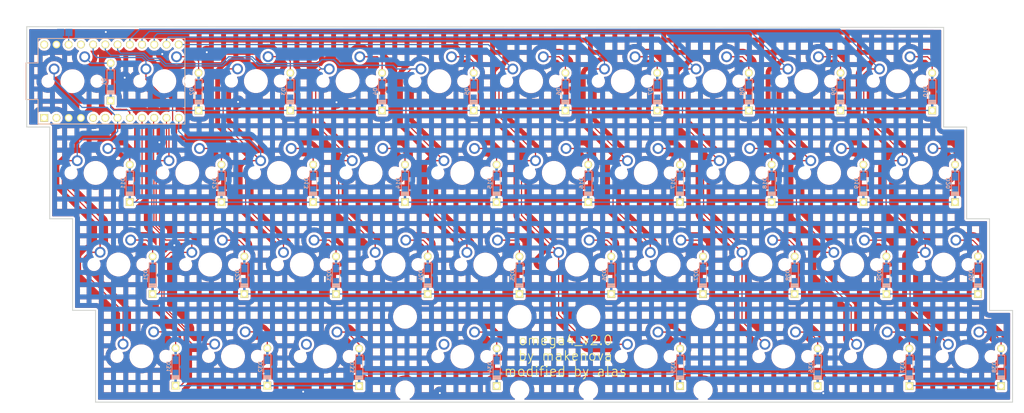
<source format=kicad_pcb>
(kicad_pcb (version 20211014) (generator pcbnew)
  (layers (0 "F.Cu" signal) (31 "B.Cu" signal) (34 "B.Paste" user) (35 "F.Paste" user) (36 "B.SilkS" user "B.Silkscreen") (37 "F.SilkS" user "F.Silkscreen") (38 "B.Mask" user) (39 "F.Mask" user) (44 "Edge.Cuts" user))
  (net 0 "")
  (net 1 "ROW0")
  (net 2 "Net-(D1-Pad2)")
  (net 3 "Net-(D2-Pad2)")
  (net 4 "Net-(D3-Pad2)")
  (net 5 "Net-(D4-Pad2)")
  (net 6 "Net-(D5-Pad2)")
  (net 7 "Net-(D6-Pad2)")
  (net 8 "Net-(D7-Pad2)")
  (net 9 "Net-(D8-Pad2)")
  (net 10 "Net-(D9-Pad2)")
  (net 11 "Net-(D10-Pad2)")
  (net 12 "ROW1")
  (net 13 "Net-(D11-Pad2)")
  (net 14 "Net-(D12-Pad2)")
  (net 15 "Net-(D13-Pad2)")
  (net 16 "Net-(D14-Pad2)")
  (net 17 "Net-(D15-Pad2)")
  (net 18 "Net-(D16-Pad2)")
  (net 19 "Net-(D17-Pad2)")
  (net 20 "Net-(D18-Pad2)")
  (net 21 "Net-(D19-Pad2)")
  (net 22 "Net-(D20-Pad2)")
  (net 23 "ROW2")
  (net 24 "Net-(D21-Pad2)")
  (net 25 "Net-(D22-Pad2)")
  (net 26 "Net-(D23-Pad2)")
  (net 27 "Net-(D24-Pad2)")
  (net 28 "Net-(D25-Pad2)")
  (net 29 "Net-(D26-Pad2)")
  (net 30 "Net-(D27-Pad2)")
  (net 31 "Net-(D28-Pad2)")
  (net 32 "Net-(D29-Pad2)")
  (net 33 "Net-(D30-Pad2)")
  (net 34 "ROW3")
  (net 35 "Net-(D31-Pad2)")
  (net 36 "Net-(D32-Pad2)")
  (net 37 "Net-(D33-Pad2)")
  (net 38 "Net-(D34-Pad2)")
  (net 39 "Net-(D35-Pad2)")
  (net 40 "COL0")
  (net 41 "COL1")
  (net 42 "COL2")
  (net 43 "COL3")
  (net 44 "COL4")
  (net 45 "COL5")
  (net 46 "COL6")
  (net 47 "COL7")
  (net 48 "COL8")
  (net 49 "COL9")
  (net 50 "+5V")
  (net 51 "GND")
  (net 54 "Net-(D36-Pad2)")
  (net 55 "Net-(D37-Pad2)")
  (net 56 "Net-(JP1-Pad1)")
  (net 57 "Net-(MX38-Pad2)")
  (footprint "Keebio-Parts:Diode-Hybrid-Back" (layer "F.Cu") (at 69.01875 62.16875 -90)
    (fp_text reference "D1")
    (fp_text value "D_Small" hide)
  )
  (footprint "Keebio-Parts:Diode-Hybrid-Back" (layer "F.Cu") (at 87.29375 64.19375 -90)
    (fp_text reference "D2")
    (fp_text value "D_Small" hide)
  )
  (footprint "Keebio-Parts:Diode-Hybrid-Back" (layer "F.Cu") (at 106.34375 64.19375 -90)
    (fp_text reference "D3")
    (fp_text value "D_Small" hide)
  )
  (footprint "Keebio-Parts:Diode-Hybrid-Back" (layer "F.Cu") (at 125.41875 64.19375 -90)
    (fp_text reference "D4")
    (fp_text value "D_Small" hide)
  )
  (footprint "Keebio-Parts:Diode-Hybrid-Back" (layer "F.Cu") (at 144.44375 64.19375 -90)
    (fp_text reference "D5")
    (fp_text value "D_Small" hide)
  )
  (footprint "Keebio-Parts:Diode-Hybrid-Back" (layer "F.Cu") (at 182.56875 64.19375 -90)
    (fp_text reference "D7")
    (fp_text value "D_Small" hide)
  )
  (footprint "Keebio-Parts:Diode-Hybrid-Back" (layer "F.Cu") (at 201.59375 64.19375 -90)
    (fp_text reference "D8")
    (fp_text value "D_Small" hide)
  )
  (footprint "Keebio-Parts:Diode-Hybrid-Back" (layer "F.Cu") (at 220.64375 64.19375 -90)
    (fp_text reference "D9")
    (fp_text value "D_Small" hide)
  )
  (footprint "Keebio-Parts:Diode-Hybrid-Back" (layer "F.Cu") (at 239.69375 64.19375 -90)
    (fp_text reference "D10")
    (fp_text value "D_Small" hide)
  )
  (footprint "Keebio-Parts:Diode-Hybrid-Back" (layer "F.Cu") (at 72.99375 83.24375 -90)
    (fp_text reference "D11")
    (fp_text value "D_Small" hide)
  )
  (footprint "Keebio-Parts:Diode-Hybrid-Back" (layer "F.Cu") (at 92.04375 83.24375 -90)
    (fp_text reference "D12")
    (fp_text value "D_Small" hide)
  )
  (footprint "Keebio-Parts:Diode-Hybrid-Back" (layer "F.Cu") (at 111.09375 83.24375 -90)
    (fp_text reference "D13")
    (fp_text value "D_Small" hide)
  )
  (footprint "Keebio-Parts:Diode-Hybrid-Back" (layer "F.Cu") (at 130.16875 83.24375 -90)
    (fp_text reference "D14")
    (fp_text value "D_Small" hide)
  )
  (footprint "Keebio-Parts:Diode-Hybrid-Back" (layer "F.Cu") (at 149.19375 83.24375 -90)
    (fp_text reference "D15")
    (fp_text value "D_Small" hide)
  )
  (footprint "Keebio-Parts:Diode-Hybrid-Back" (layer "F.Cu") (at 168.24375 83.24375 -90)
    (fp_text reference "D16")
    (fp_text value "D_Small" hide)
  )
  (footprint "Keebio-Parts:Diode-Hybrid-Back" (layer "F.Cu") (at 187.29375 83.24375 -90)
    (fp_text reference "D17")
    (fp_text value "D_Small" hide)
  )
  (footprint "Keebio-Parts:Diode-Hybrid-Back" (layer "F.Cu") (at 206.34375 83.24375 -90)
    (fp_text reference "D18")
    (fp_text value "D_Small" hide)
  )
  (footprint "Keebio-Parts:Diode-Hybrid-Back" (layer "F.Cu") (at 225.39375 83.24375 -90)
    (fp_text reference "D19")
    (fp_text value "D_Small" hide)
  )
  (footprint "Keebio-Parts:Diode-Hybrid-Back" (layer "F.Cu") (at 244.44375 83.24375 -90)
    (fp_text reference "D20")
    (fp_text value "D_Small" hide)
  )
  (footprint "Keebio-Parts:Diode-Hybrid-Back" (layer "F.Cu") (at 77.74375 102.31875 -90)
    (fp_text reference "D21")
    (fp_text value "D_Small" hide)
  )
  (footprint "Keebio-Parts:Diode-Hybrid-Back" (layer "F.Cu") (at 96.79375 102.31875 -90)
    (fp_text reference "D22")
    (fp_text value "D_Small" hide)
  )
  (footprint "Keebio-Parts:Diode-Hybrid-Back" (layer "F.Cu") (at 115.84375 102.31875 -90)
    (fp_text reference "D23")
    (fp_text value "D_Small" hide)
  )
  (footprint "Keebio-Parts:Diode-Hybrid-Back" (layer "F.Cu") (at 134.89375 102.31875 -90)
    (fp_text reference "D24")
    (fp_text value "D_Small" hide)
  )
  (footprint "Keebio-Parts:Diode-Hybrid-Back" (layer "F.Cu") (at 153.94375 102.31875 -90)
    (fp_text reference "D25")
    (fp_text value "D_Small" hide)
  )
  (footprint "Keebio-Parts:Diode-Hybrid-Back" (layer "F.Cu") (at 173.01875 102.31875 -90)
    (fp_text reference "D26")
    (fp_text value "D_Small" hide)
  )
  (footprint "Keebio-Parts:Diode-Hybrid-Back" (layer "F.Cu") (at 192.06875 102.31875 -90)
    (fp_text reference "D27")
    (fp_text value "D_Small" hide)
  )
  (footprint "Keebio-Parts:Diode-Hybrid-Back" (layer "F.Cu") (at 211.11875 102.31875 -90)
    (fp_text reference "D28")
    (fp_text value "D_Small" hide)
  )
  (footprint "Keebio-Parts:Diode-Hybrid-Back" (layer "F.Cu") (at 230.16875 102.31875 -90)
    (fp_text reference "D29")
    (fp_text value "D_Small" hide)
  )
  (footprint "Keebio-Parts:Diode-Hybrid-Back" (layer "F.Cu") (at 249.19375 102.31875 -90)
    (fp_text reference "D30")
    (fp_text value "D_Small" hide)
  )
  (footprint "Keebio-Parts:Diode-Hybrid-Back" (layer "F.Cu") (at 82.51875 121.36875 -90)
    (fp_text reference "D31")
    (fp_text value "D_Small" hide)
  )
  (footprint "Keebio-Parts:Diode-Hybrid-Back" (layer "F.Cu") (at 101.56875 121.36875 -90)
    (fp_text reference "D32")
    (fp_text value "D_Small" hide)
  )
  (footprint "Keebio-Parts:Diode-Hybrid-Back" (layer "F.Cu") (at 120.65 121.44375 -90)
    (fp_text reference "D33")
    (fp_text value "D_Small" hide)
  )
  (footprint "Keebio-Parts:Diode-Hybrid-Back" (layer "F.Cu") (at 149.225 121.44375 -90)
    (fp_text reference "D34")
    (fp_text value "D_Small" hide)
  )
  (footprint "MX_Only:MXOnly-1U-NoLED" (layer "F.Cu") (at 99.19375 61.99375)
    (fp_text reference "MX3")
    (fp_text value "MX-NoLED")
  )
  (footprint "MX_Only:MXOnly-1U-NoLED" (layer "F.Cu") (at 118.24375 62.01875)
    (fp_text reference "MX4")
    (fp_text value "MX-NoLED")
  )
  (footprint "MX_Only:MXOnly-1U-NoLED" (layer "F.Cu") (at 137.29375 62.01875)
    (fp_text reference "MX5")
    (fp_text value "MX-NoLED")
  )
  (footprint "MX_Only:MXOnly-1U-NoLED" (layer "F.Cu") (at 156.36875 62.01875)
    (fp_text reference "MX6")
    (fp_text value "MX-NoLED")
  )
  (footprint "MX_Only:MXOnly-1U-NoLED" (layer "F.Cu") (at 175.41875 62.01875)
    (fp_text reference "MX7")
    (fp_text value "MX-NoLED")
  )
  (footprint "MX_Only:MXOnly-1U-NoLED" (layer "F.Cu") (at 194.44375 62.01875)
    (fp_text reference "MX8")
    (fp_text value "MX-NoLED")
  )
  (footprint "MX_Only:MXOnly-1U-NoLED" (layer "F.Cu") (at 213.51875 62.01875)
    (fp_text reference "MX9")
    (fp_text value "MX-NoLED")
  )
  (footprint "MX_Only:MXOnly-1U-NoLED" (layer "F.Cu") (at 232.54375 62.01875)
    (fp_text reference "MX10")
    (fp_text value "MX-NoLED")
  )
  (footprint "MX_Only:MXOnly-1U-NoLED" (layer "F.Cu") (at 65.89375 81.06875)
    (fp_text reference "MX11")
    (fp_text value "MX-NoLED")
  )
  (footprint "MX_Only:MXOnly-1U-NoLED" (layer "F.Cu") (at 84.94375 81.06875)
    (fp_text reference "MX12")
    (fp_text value "MX-NoLED")
  )
  (footprint "MX_Only:MXOnly-1U-NoLED" (layer "F.Cu") (at 103.99375 81.06875)
    (fp_text reference "MX13")
    (fp_text value "MX-NoLED")
  )
  (footprint "MX_Only:MXOnly-1U-NoLED" (layer "F.Cu") (at 123.01875 81.06875)
    (fp_text reference "MX14")
    (fp_text value "MX-NoLED")
  )
  (footprint "MX_Only:MXOnly-1U-NoLED" (layer "F.Cu") (at 142.06875 81.06875)
    (fp_text reference "MX15")
    (fp_text value "MX-NoLED")
  )
  (footprint "MX_Only:MXOnly-1U-NoLED" (layer "F.Cu") (at 161.09375 81.06875)
    (fp_text reference "MX16")
    (fp_text value "MX-NoLED")
  )
  (footprint "MX_Only:MXOnly-1U-NoLED" (layer "F.Cu") (at 180.19375 81.06875)
    (fp_text reference "MX17")
    (fp_text value "MX-NoLED")
  )
  (footprint "MX_Only:MXOnly-1U-NoLED" (layer "F.Cu") (at 199.24375 81.06875)
    (fp_text reference "MX18")
    (fp_text value "MX-NoLED")
  )
  (footprint "MX_Only:MXOnly-1U-NoLED" (layer "F.Cu") (at 218.26875 81.06875)
    (fp_text reference "MX19")
    (fp_text value "MX-NoLED")
  )
  (footprint "MX_Only:MXOnly-1U-NoLED" (layer "F.Cu") (at 237.31875 81.06875)
    (fp_text reference "MX20")
    (fp_text value "MX-NoLED")
  )
  (footprint "MX_Only:MXOnly-1U-NoLED" (layer "F.Cu") (at 70.64375 100.09375)
    (fp_text reference "MX21")
    (fp_text value "MX-NoLED")
  )
  (footprint "MX_Only:MXOnly-1U-NoLED" (layer "F.Cu") (at 89.69375 100.11875)
    (fp_text reference "MX22")
    (fp_text value "MX-NoLED")
  )
  (footprint "MX_Only:MXOnly-1U-NoLED" (layer "F.Cu") (at 108.74375 100.11875)
    (fp_text reference "MX23")
    (fp_text value "MX-NoLED")
  )
  (footprint "MX_Only:MXOnly-1U-NoLED" (layer "F.Cu") (at 127.79375 100.11875)
    (fp_text reference "MX24")
    (fp_text value "MX-NoLED")
  )
  (footprint "MX_Only:MXOnly-1U-NoLED" (layer "F.Cu") (at 146.84375 100.11875)
    (fp_text reference "MX25")
    (fp_text value "MX-NoLED")
  )
  (footprint "MX_Only:MXOnly-1U-NoLED" (layer "F.Cu") (at 165.89375 100.11875)
    (fp_text reference "MX26")
    (fp_text value "MX-NoLED")
  )
  (footprint "MX_Only:MXOnly-1U-NoLED" (layer "F.Cu") (at 184.94375 100.11875)
    (fp_text reference "MX27")
    (fp_text value "MX-NoLED")
  )
  (footprint "MX_Only:MXOnly-1U-NoLED" (layer "F.Cu") (at 203.99375 100.11875)
    (fp_text reference "MX28")
    (fp_text value "MX-NoLED")
  )
  (footprint "MX_Only:MXOnly-1U-NoLED" (layer "F.Cu") (at 223.06875 100.11875)
    (fp_text reference "MX29")
    (fp_text value "MX-NoLED")
  )
  (footprint "MX_Only:MXOnly-1U-NoLED" (layer "F.Cu") (at 242.06875 100.11875)
    (fp_text reference "MX30")
    (fp_text value "MX-NoLED")
  )
  (footprint "MX_Only:MXOnly-1U-NoLED" (layer "F.Cu") (at 75.41875 119.16875)
    (fp_text reference "MX31")
    (fp_text value "MX-NoLED")
  )
  (footprint "MX_Only:MXOnly-1U-NoLED" (layer "F.Cu") (at 94.44375 119.16875)
    (fp_text reference "MX32")
    (fp_text value "MX-NoLED")
  )
  (footprint "MX_Only:MXOnly-2U-ReversedStabilizers-NoLED" (layer "F.Cu") (at 142.08125 119.21425)
    (fp_text reference "MX34")
    (fp_text value "MX-NoLED")
  )
  (footprint "MX_Only:MXOnly-2U-ReversedStabilizers-NoLED" (layer "F.Cu") (at 180.18125 119.21425)
    (fp_text reference "MX35")
    (fp_text value "MX-NoLED")
  )
  (footprint "promicro:ProMicro" (layer "F.Cu") (at 69.19375 62.01875)
    (fp_text reference "U1" hide)
    (fp_text value "ProMicro")
  )
  (footprint "Keebio-Parts:Diode-Hybrid-Back" (layer "F.Cu") (at 163.49375 64.19375 -90)
    (fp_text reference "D6")
    (fp_text value "D_Small" hide)
  )
  (footprint "Keebio-Parts:Diode-Hybrid-Back" (layer "F.Cu") (at 187.325 121.44375 -90)
    (fp_text reference "D35")
    (fp_text value "D_Small" hide)
  )
  (footprint "MX_Only:MXOnly-1U-NoLED" (layer "F.Cu") (at 80.16875 62.01875)
    (fp_text reference "MX2")
    (fp_text value "MX-NoLED")
  )
  (footprint "MX_Only:MXOnly-1U-NoLED" (layer "F.Cu") (at 61.09375 62.01875)
    (fp_text reference "MX1")
    (fp_text value "MX-NoLED")
  )
  (footprint "MX_Only:MXOnly-1U-NoLED" (layer "F.Cu") (at 208.75625 119.21425)
    (fp_text reference "MX36")
    (fp_text value "MX-NoLED")
  )
  (footprint "MX_Only:MXOnly-1U-NoLED" (layer "F.Cu") (at 227.80625 119.21425)
    (fp_text reference "MX37")
    (fp_text value "MX-NoLED")
  )
  (footprint "MX_Only:MXOnly-1U-NoLED" (layer "F.Cu") (at 113.50625 119.21425)
    (fp_text reference "MX33")
    (fp_text value "MX-NoLED")
  )
  (footprint "Keebio-Parts:Diode-Hybrid-Back" (layer "F.Cu") (at 215.9 121.44375 -90)
    (fp_text reference "D36")
    (fp_text value "D_Small" hide)
  )
  (footprint "Keebio-Parts:Diode-Hybrid-Back" (layer "F.Cu") (at 254 121.44375 -90)
    (fp_text reference "D38")
    (fp_text value "D_Small" hide)
  )
  (footprint "Keebio-Parts:Diode-Hybrid-Back" (layer "F.Cu") (at 234.95 121.44375 -90)
    (fp_text reference "D37")
    (fp_text value "D_Small" hide)
  )
  (footprint "MX_Only:MXOnly-1U-NoLED" (layer "F.Cu") (at 246.85625 119.21425)
    (fp_text reference "MX38")
    (fp_text value "MX-NoLED")
  )
  (footprint "random-keyboard-parts:Jumper-UserFriendly-Small" (layer "B.Cu") (at 59.49375 51.89375 90)
    (fp_text reference "JP1")
    (fp_text value "Jumper_NO_Small")
  )
  (gr_line (start 256.381251 128.69375) (end 65.89375 128.69375) (layer "Edge.Cuts") (width 0.2))
  (gr_line (start 242.06875 71.54375) (end 242.06875 50.84375) (layer "Edge.Cuts") (width 0.2))
  (gr_line (start 246.84375 90.59375) (end 246.84375 71.54375) (layer "Edge.Cuts") (width 0.2))
  (gr_line (start 246.84375 71.54375) (end 242.06875 71.54375) (layer "Edge.Cuts") (width 0.2))
  (gr_line (start 251.59375 109.64375) (end 251.59375 90.59375) (layer "Edge.Cuts") (width 0.2))
  (gr_line (start 61.11875 109.61875) (end 61.11875 90.59375) (layer "Edge.Cuts") (width 0.2))
  (gr_line (start 51.59375 71.54375) (end 51.59375 50.69375) (layer "Edge.Cuts") (width 0.2))
  (gr_line (start 61.11875 90.59375) (end 56.36875 90.59375) (layer "Edge.Cuts") (width 0.2))
  (gr_line (start 256.39375 109.64375) (end 256.381251 128.69375) (layer "Edge.Cuts") (width 0.2))
  (gr_line (start 51.59375 50.69375) (end 242.06875 50.84375) (layer "Edge.Cuts") (width 0.2))
  (gr_line (start 56.36875 71.54375) (end 51.59375 71.54375) (layer "Edge.Cuts") (width 0.2))
  (gr_line (start 256.39375 109.64375) (end 251.59375 109.64375) (layer "Edge.Cuts") (width 0.2))
  (gr_line (start 65.89375 128.69375) (end 65.89375 109.61875) (layer "Edge.Cuts") (width 0.2))
  (gr_line (start 56.36875 90.59375) (end 56.36875 71.54375) (layer "Edge.Cuts") (width 0.2))
  (gr_line (start 65.89375 109.61875) (end 61.11875 109.61875) (layer "Edge.Cuts") (width 0.2))
  (gr_line (start 251.59375 90.59375) (end 246.84375 90.59375) (layer "Edge.Cuts") (width 0.2))
  (gr_text "omega4_v2.0\nby makenova\nmodified by alas" (at 163.5125 119.0625) (layer "F.SilkS") (effects (font (size 2 2) (thickness 0.2))))
  (segment (start 69.01875 67.11875) (end 69.77238 67.87238) (width 0.25) (layer "F.Cu") (net 1))
  (segment (start 72.36875 67.87238) (end 71.14738 67.87238) (width 0.25) (layer "F.Cu") (net 1))
  (segment (start 69.01875 66.06875) (end 69.01875 67.11875) (width 0.25) (layer "F.Cu") (net 1))
  (segment (start 69.77238 67.87238) (end 71.14738 67.87238) (width 0.25) (layer "F.Cu") (net 1))
  (segment (start 73.00375 69.63875) (end 73.00375 68.50738) (width 0.25) (layer "F.Cu") (net 1))
  (segment (start 71.14738 67.87238) (end 70.44738 67.87238) (width 0.25) (layer "F.Cu") (net 1))
  (segment (start 73.00375 68.50738) (end 72.36875 67.87238) (width 0.25) (layer "F.Cu") (net 1))
  (segment (start 201.59375 68.09375) (end 182.56875 68.09375) (width 0.25) (layer "B.Cu") (net 1))
  (segment (start 220.64375 68.09375) (end 201.59375 68.09375) (width 0.25) (layer "B.Cu") (net 1))
  (segment (start 106.34375 68.09375) (end 87.29375 68.09375) (width 0.25) (layer "B.Cu") (net 1))
  (segment (start 182.56875 68.09375) (end 163.49375 68.09375) (width 0.25) (layer "B.Cu") (net 1))
  (segment (start 163.49375 68.09375) (end 144.44375 68.09375) (width 0.25) (layer "B.Cu") (net 1))
  (segment (start 69.64375 68.09375) (end 69.01875 67.46875) (width 0.25) (layer "B.Cu") (net 1))
  (segment (start 144.44375 68.09375) (end 125.41875 68.09375) (width 0.25) (layer "B.Cu") (net 1))
  (segment (start 87.29375 68.09375) (end 69.64375 68.09375) (width 0.25) (layer "B.Cu") (net 1))
  (segment (start 69.01875 67.46875) (end 69.01875 66.06875) (width 0.25) (layer "B.Cu") (net 1))
  (segment (start 239.69375 68.09375) (end 220.64375 68.09375) (width 0.25) (layer "B.Cu") (net 1))
  (segment (start 125.41875 68.09375) (end 106.34375 68.09375) (width 0.25) (layer "B.Cu") (net 1))
  (segment (start 64.96375 58.26875) (end 63.63375 56.93875) (width 0.25) (layer "B.Cu") (net 2))
  (segment (start 69.01875 58.26875) (end 64.96375 58.26875) (width 0.25) (layer "B.Cu") (net 2))
  (segment (start 82.70875 56.93875) (end 86.36375 56.93875) (width 0.25) (layer "F.Cu") (net 3))
  (segment (start 86.36375 56.93875) (end 87.29375 57.86875) (width 0.25) (layer "F.Cu") (net 3))
  (segment (start 87.29375 57.86875) (end 87.29375 60.29375) (width 0.25) (layer "F.Cu") (net 3))
  (segment (start 105.37875 56.91375) (end 106.34375 57.87875) (width 0.25) (layer "F.Cu") (net 4))
  (segment (start 101.73375 56.91375) (end 105.37875 56.91375) (width 0.25) (layer "F.Cu") (net 4))
  (segment (start 106.34375 60.29375) (end 106.34375 57.87875) (width 0.25) (layer "F.Cu") (net 4))
  (segment (start 120.78375 56.93875) (end 124.41375 56.93875) (width 0.25) (layer "F.Cu") (net 5))
  (segment (start 124.41375 56.93875) (end 125.41875 57.94375) (width 0.25) (layer "F.Cu") (net 5))
  (segment (start 125.41875 57.94375) (end 125.41875 60.29375) (width 0.25) (layer "F.Cu") (net 5))
  (segment (start 144.44375 58.06875) (end 144.44375 60.29375) (width 0.25) (layer "F.Cu") (net 6))
  (segment (start 139.83375 56.93875) (end 143.31375 56.93875) (width 0.25) (layer "F.Cu") (net 6))
  (segment (start 143.31375 56.93875) (end 144.44375 58.06875) (width 0.25) (layer "F.Cu") (net 6))
  (segment (start 163.49375 60.29375) (end 163.49375 58.24375) (width 0.25) (layer "F.Cu") (net 7))
  (segment (start 158.90875 56.93875) (end 162.18875 56.93875) (width 0.25) (layer "F.Cu") (net 7))
  (segment (start 163.49375 58.24375) (end 162.18875 56.93875) (width 0.25) (layer "F.Cu") (net 7))
  (segment (start 182.56875 60.29375) (end 182.56875 58.44375) (width 0.25) (layer "F.Cu") (net 8))
  (segment (start 181.06375 56.93875) (end 182.56875 58.44375) (width 0.25) (layer "F.Cu") (net 8))
  (segment (start 177.95875 56.93875) (end 181.06375 56.93875) (width 0.25) (layer "F.Cu") (net 8))
  (segment (start 196.98375 56.93875) (end 200.31375 56.93875) (width 0.25) (layer "F.Cu") (net 9))
  (segment (start 201.59375 60.29375) (end 201.59375 58.21875) (width 0.25) (layer "F.Cu") (net 9))
  (segment (start 201.59375 58.21875) (end 200.31375 56.93875) (width 0.25) (layer "F.Cu") (net 9))
  (segment (start 216.05875 56.93875) (end 219.23875 56.93875) (width 0.25) (layer "F.Cu") (net 10))
  (segment (start 219.23875 56.93875) (end 220.64375 58.34375) (width 0.25) (layer "F.Cu") (net 10))
  (segment (start 220.64375 60.29375) (end 220.64375 58.34375) (width 0.25) (layer "F.Cu") (net 10))
  (segment (start 235.08375 56.93875) (end 238.71375 56.93875) (width 0.25) (layer "F.Cu") (net 11))
  (segment (start 239.69375 57.91875) (end 239.69375 60.29375) (width 0.25) (layer "F.Cu") (net 11))
  (segment (start 238.71375 56.93875) (end 239.69375 57.91875) (width 0.25) (layer "F.Cu") (net 11))
  (segment (start 72.99375 87.14375) (end 74.14375 87.14375) (width 0.25) (layer "F.Cu") (net 12))
  (segment (start 75.54375 85.74375) (end 74.94375 86.34375) (width 0.25) (layer "F.Cu") (net 12))
  (segment (start 74.14375 87.14375) (end 74.94375 86.34375) (width 0.25) (layer "F.Cu") (net 12))
  (segment (start 75.54375 69.63875) (end 75.54375 85.74375) (width 0.25) (layer "F.Cu") (net 12))
  (segment (start 225.39375 87.14375) (end 206.34375 87.14375) (width 0.25) (layer "B.Cu") (net 12))
  (segment (start 206.34375 87.14375) (end 187.29375 87.14375) (width 0.25) (layer "B.Cu") (net 12))
  (segment (start 168.24375 87.14375) (end 149.19375 87.14375) (width 0.25) (layer "B.Cu") (net 12))
  (segment (start 244.44375 87.14375) (end 225.39375 87.14375) (width 0.25) (layer "B.Cu") (net 12))
  (segment (start 149.19375 87.14375) (end 130.16875 87.14375) (width 0.25) (layer "B.Cu") (net 12))
  (segment (start 111.09375 87.14375) (end 92.04375 87.14375) (width 0.25) (layer "B.Cu") (net 12))
  (segment (start 187.29375 87.14375) (end 168.24375 87.14375) (width 0.25) (layer "B.Cu") (net 12))
  (segment (start 92.04375 87.14375) (end 72.99375 87.14375) (width 0.25) (layer "B.Cu") (net 12))
  (segment (start 130.16875 87.14375) (end 111.09375 87.14375) (width 0.25) (layer "B.Cu") (net 12))
  (segment (start 71.46375 75.98875) (end 72.99375 77.51875) (width 0.25) (layer "F.Cu") (net 13))
  (segment (start 72.99375 77.51875) (end 72.99375 79.34375) (width 0.25) (layer "F.Cu") (net 13))
  (segment (start 68.43375 75.98875) (end 71.46375 75.98875) (width 0.25) (layer "F.Cu") (net 13))
  (segment (start 92.04375 76.71875) (end 92.04375 79.34375) (width 0.25) (layer "F.Cu") (net 14))
  (segment (start 91.31375 75.98875) (end 92.04375 76.71875) (width 0.25) (layer "F.Cu") (net 14))
  (segment (start 87.48375 75.98875) (end 91.31375 75.98875) (width 0.25) (layer "F.Cu") (net 14))
  (segment (start 106.53375 75.98875) (end 110.38875 75.98875) (width 0.25) (layer "F.Cu") (net 15))
  (segment (start 111.09375 76.69375) (end 111.09375 79.34375) (width 0.25) (layer "F.Cu") (net 15))
  (segment (start 110.38875 75.98875) (end 111.09375 76.69375) (width 0.25) (layer "F.Cu") (net 15))
  (segment (start 130.16875 77.09375) (end 130.16875 79.34375) (width 0.25) (layer "F.Cu") (net 16))
  (segment (start 125.55875 75.98875) (end 129.06375 75.98875) (width 0.25) (layer "F.Cu") (net 16))
  (segment (start 129.06375 75.98875) (end 130.16875 77.09375) (width 0.25) (layer "F.Cu") (net 16))
  (segment (start 149.19375 77.29375) (end 149.19375 79.34375) (width 0.25) (layer "F.Cu") (net 17))
  (segment (start 144.60875 75.98875) (end 147.88875 75.98875) (width 0.25) (layer "F.Cu") (net 17))
  (segment (start 147.88875 75.98875) (end 149.19375 77.29375) (width 0.25) (layer "F.Cu") (net 17))
  (segment (start 167.13875 75.98875) (end 168.24375 77.09375) (width 0.25) (layer "F.Cu") (net 18))
  (segment (start 168.24375 77.09375) (end 168.24375 79.34375) (width 0.25) (layer "F.Cu") (net 18))
  (segment (start 163.63375 75.98875) (end 167.13875 75.98875) (width 0.25) (layer "F.Cu") (net 18))
  (segment (start 186.13875 75.98875) (end 187.29375 77.14375) (width 0.25) (layer "F.Cu") (net 19))
  (segment (start 182.73375 75.98875) (end 186.13875 75.98875) (width 0.25) (layer "F.Cu") (net 19))
  (segment (start 187.29375 77.14375) (end 187.29375 79.34375) (width 0.25) (layer "F.Cu") (net 19))
  (segment (start 206.34375 77.21875) (end 206.34375 79.34375) (width 0.25) (layer "F.Cu") (net 20))
  (segment (start 205.11375 75.98875) (end 206.34375 77.21875) (width 0.25) (layer "F.Cu") (net 20))
  (segment (start 201.78375 75.98875) (end 205.11375 75.98875) (width 0.25) (layer "F.Cu") (net 20))
  (segment (start 224.16375 75.98875) (end 225.39375 77.21875) (width 0.25) (layer "F.Cu") (net 21))
  (segment (start 225.39375 77.21875) (end 225.39375 79.34375) (width 0.25) (layer "F.Cu") (net 21))
  (segment (start 220.80875 75.98875) (end 224.16375 75.98875) (width 0.25) (layer "F.Cu") (net 21))
  (segment (start 244.44375 77.06875) (end 244.44375 79.34375) (width 0.25) (layer "F.Cu") (net 22))
  (segment (start 243.36375 75.98875) (end 244.44375 77.06875) (width 0.25) (layer "F.Cu") (net 22))
  (segment (start 239.85875 75.98875) (end 243.36375 75.98875) (width 0.25) (layer "F.Cu") (net 22))
  (segment (start 77.56948 78.7952) (end 77.93925 78.42543) (width 0.25) (layer "F.Cu") (net 23))
  (segment (start 77.74375 106.21875) (end 78.79375 106.21875) (width 0.25) (layer "F.Cu") (net 23))
  (segment (start 78.79375 106.21875) (end 79.20925 105.80325) (width 0.25) (layer "F.Cu") (net 23))
  (segment (start 79.20925 93.56166) (end 77.56948 91.92189) (width 0.25) (layer "F.Cu") (net 23))
  (segment (start 77.93925 78.42543) (end 77.93925 69.78325) (width 0.25) (layer "F.Cu") (net 23))
  (segment (start 77.56948 91.92189) (end 77.56948 78.7952) (width 0.25) (layer "F.Cu") (net 23))
  (segment (start 79.20925 105.80325) (end 79.20925 93.56166) (width 0.25) (layer "F.Cu") (net 23))
  (segment (start 77.93925 69.78325) (end 78.08375 69.63875) (width 0.25) (layer "F.Cu") (net 23))
  (segment (start 173.01875 106.21875) (end 192.06875 106.21875) (width 0.25) (layer "B.Cu") (net 23))
  (segment (start 230.16875 106.21875) (end 249.19375 106.21875) (width 0.25) (layer "B.Cu") (net 23))
  (segment (start 77.74375 106.21875) (end 96.79375 106.21875) (width 0.25) (layer "B.Cu") (net 23))
  (segment (start 96.79375 106.21875) (end 115.84375 106.21875) (width 0.25) (layer "B.Cu") (net 23))
  (segment (start 192.06875 106.21875) (end 211.11875 106.21875) (width 0.25) (layer "B.Cu") (net 23))
  (segment (start 115.84375 106.21875) (end 134.89375 106.21875) (width 0.25) (layer "B.Cu") (net 23))
  (segment (start 211.11875 106.21875) (end 230.16875 106.21875) (width 0.25) (layer "B.Cu") (net 23))
  (segment (start 134.89375 106.21875) (end 153.94375 106.21875) (width 0.25) (layer "B.Cu") (net 23))
  (segment (start 153.94375 106.21875) (end 173.01875 106.21875) (width 0.25) (layer "B.Cu") (net 23))
  (segment (start 77.74375 98.41875) (end 77.74375 96.26875) (width 0.25) (layer "F.Cu") (net 24))
  (segment (start 77.74375 96.26875) (end 76.48875 95.01375) (width 0.25) (layer "F.Cu") (net 24))
  (segment (start 73.18375 95.01375) (end 76.48875 95.01375) (width 0.25) (layer "F.Cu") (net 24))
  (segment (start 96.79375 96.14375) (end 96.79375 98.41875) (width 0.25) (layer "F.Cu") (net 25))
  (segment (start 92.23375 95.03875) (end 95.68875 95.03875) (width 0.25) (layer "F.Cu") (net 25))
  (segment (start 95.68875 95.03875) (end 96.79375 96.14375) (width 0.25) (layer "F.Cu") (net 25))
  (segment (start 115.84375 96.46875) (end 114.41375 95.03875) (width 0.25) (layer "F.Cu") (net 26))
  (segment (start 111.28375 95.03875) (end 114.41375 95.03875) (width 0.25) (layer "F.Cu") (net 26))
  (segment (start 115.84375 98.41875) (end 115.84375 96.46875) (width 0.25) (layer "F.Cu") (net 26))
  (segment (start 130.33375 95.03875) (end 133.96375 95.03875) (width 0.25) (layer "F.Cu") (net 27))
  (segment (start 134.89375 95.96875) (end 134.89375 98.41875) (width 0.25) (layer "F.Cu") (net 27))
  (segment (start 133.96375 95.03875) (end 134.89375 95.96875) (width 0.25) (layer "F.Cu") (net 27))
  (segment (start 149.38375 95.03875) (end 153.18875 95.03875) (width 0.25) (layer "F.Cu") (net 28))
  (segment (start 153.94375 95.79375) (end 153.94375 98.41875) (width 0.25) (layer "F.Cu") (net 28))
  (segment (start 153.18875 95.03875) (end 153.94375 95.79375) (width 0.25) (layer "F.Cu") (net 28))
  (segment (start 168.43375 95.03875) (end 172.13875 95.03875) (width 0.25) (layer "F.Cu") (net 29))
  (segment (start 172.13875 95.03875) (end 173.01875 95.91875) (width 0.25) (layer "F.Cu") (net 29))
  (segment (start 173.01875 95.91875) (end 173.01875 98.41875) (width 0.25) (layer "F.Cu") (net 29))
  (segment (start 192.06875 96.04375) (end 192.06875 98.41875) (width 0.25) (layer "F.Cu") (net 30))
  (segment (start 187.48375 95.03875) (end 191.06375 95.03875) (width 0.25) (layer "F.Cu") (net 30))
  (segment (start 191.06375 95.03875) (end 192.06875 96.04375) (width 0.25) (layer "F.Cu") (net 30))
  (segment (start 206.53375 95.03875) (end 209.98875 95.03875) (width 0.25) (layer "F.Cu") (net 31))
  (segment (start 209.98875 95.03875) (end 211.11875 96.16875) (width 0.25) (layer "F.Cu") (net 31))
  (segment (start 211.11875 96.16875) (end 211.11875 98.41875) (width 0.25) (layer "F.Cu") (net 31))
  (segment (start 230.16875 96.11875) (end 230.16875 98.41875) (width 0.25) (layer "F.Cu") (net 32))
  (segment (start 225.60875 95.03875) (end 229.08875 95.03875) (width 0.25) (layer "F.Cu") (net 32))
  (segment (start 229.08875 95.03875) (end 230.16875 96.11875) (width 0.25) (layer "F.Cu") (net 32))
  (segment (start 249.19375 96.11875) (end 249.19375 98.41875) (width 0.25) (layer "F.Cu") (net 33))
  (segment (start 244.60875 95.03875) (end 248.11375 95.03875) (width 0.25) (layer "F.Cu") (net 33))
  (segment (start 248.11375 95.03875) (end 249.19375 96.11875) (width 0.25) (layer "F.Cu") (net 33))
  (segment (start 79.65926 108.99626) (end 79.65926 93.37526) (width 0.25) (layer "F.Cu") (net 34))
  (segment (start 79.65926 93.37526) (end 78.01949 91.73549) (width 0.25) (layer "F.Cu") (net 34))
  (segment (start 84.28925 113.62625) (end 79.65926 108.99626) (width 0.25) (layer "F.Cu") (net 34))
  (segment (start 78.01949 78.9816) (end 80.62375 76.37734) (width 0.25) (layer "F.Cu") (net 34))
  (segment (start 83.56875 125.26875) (end 84.28925 124.54825) (width 0.25) (layer "F.Cu") (net 34))
  (segment (start 82.51875 125.26875) (end 83.56875 125.26875) (width 0.25) (layer "F.Cu") (net 34))
  (segment (start 80.62375 76.37734) (end 80.62375 69.63875) (width 0.25) (layer "F.Cu") (net 34))
  (segment (start 84.28925 124.54825) (end 84.28925 113.62625) (width 0.25) (layer "F.Cu") (net 34))
  (segment (start 78.01949 91.73549) (end 78.01949 78.9816) (width 0.25) (layer "F.Cu") (net 34))
  (segment (start 234.89375 122.74375) (end 187.425 122.74375) (width 0.25) (layer "B.Cu") (net 34))
  (segment (start 253.96875 125.24375) (end 234.89375 125.24375) (width 0.25) (layer "B.Cu") (net 34))
  (segment (start 101.56875 125.26875) (end 120.575 125.26875) (width 0.25) (layer "B.Cu") (net 34))
  (segment (start 187.425 122.74375) (end 187.325 122.84375) (width 0.25) (layer "B.Cu") (net 34))
  (segment (start 101.56875 125.26875) (end 110.74675 125.26875) (width 0.25) (layer "B.Cu") (net 34))
  (segment (start 82.51875 125.26875) (end 101.56875 125.26875) (width 0.25) (layer "B.Cu") (net 34))
  (segment (start 120.575 125.26875) (end 120.65 125.34375) (width 0.25) (layer "B.Cu") (net 34))
  (segment (start 187.325 122.84375) (end 120.65 122.84375) (width 0.25) (layer "B.Cu") (net 34))
  (segment (start 82.51875 117.46875) (end 82.51875 115.29375) (width 0.25) (layer "F.Cu") (net 35))
  (segment (start 82.51875 115.29375) (end 81.31375 114.08875) (width 0.25) (layer "F.Cu") (net 35))
  (segment (start 77.95875 114.08875) (end 81.31375 114.08875) (width 0.25) (layer "F.Cu") (net 35))
  (segment (start 101.56875 117.46875) (end 101.56875 115.36875) (width 0.25) (layer "F.Cu") (net 36))
  (segment (start 101.56875 115.36875) (end 100.28875 114.08875) (width 0.25) (layer "F.Cu") (net 36))
  (segment (start 96.98375 114.08875) (end 100.28875 114.08875) (width 0.25) (layer "F.Cu") (net 36))
  (segment (start 118.103 114.13425) (end 120.65 116.68125) (width 0.25) (layer "F.Cu") (net 37))
  (segment (start 116.04625 114.13425) (end 118.103 114.13425) (width 0.25) (layer "F.Cu") (net 37))
  (segment (start 120.65 116.68125) (end 120.65 117.54375) (width 0.25) (layer "F.Cu") (net 37))
  (segment (start 147.47175 114.13425) (end 149.225 115.8875) (width 0.25) (layer "F.Cu") (net 38))
  (segment (start 149.225 115.8875) (end 149.225 117.54375) (width 0.25) (layer "F.Cu") (net 38))
  (segment (start 144.62125 114.13425) (end 147.47175 114.13425) (width 0.25) (layer "F.Cu") (net 38))
  (segment (start 185.57175 114.13425) (end 187.325 115.8875) (width 0.25) (layer "F.Cu") (net 39))
  (segment (start 182.72125 114.13425) (end 185.57175 114.13425) (width 0.25) (layer "F.Cu") (net 39))
  (segment (start 187.325 115.8875) (end 187.325 117.54375) (width 0.25) (layer "F.Cu") (net 39))
  (segment (start 66.83375 97.55375) (end 66.83375 91.28375) (width 0.25) (layer "F.Cu") (net 40))
  (segment (start 63.51875 101.79375) (end 63.51875 98.61875) (width 0.25) (layer "F.Cu") (net 40))
  (segment (start 66.83375 91.28375) (end 58.99375 83.44375) (width 0.25) (layer "F.Cu") (net 40))
  (segment (start 71.60875 109.88375) (end 63.51875 101.79375) (width 0.25) (layer "F.Cu") (net 40))
  (segment (start 64.58375 97.55375) (end 66.83375 97.55375) (width 0.25) (layer "F.Cu") (net 40))
  (segment (start 58.99375 83.44375) (end 58.99375 79.81875) (width 0.25) (layer "F.Cu") (net 40))
  (segment (start 60.28375 78.52875) (end 62.08375 78.52875) (width 0.25) (layer "F.Cu") (net 40))
  (segment (start 63.51875 98.61875) (end 64.58375 97.55375) (width 0.25) (layer "F.Cu") (net 40))
  (segment (start 71.60875 116.62875) (end 71.60875 109.88375) (width 0.25) (layer "F.Cu") (net 40))
  (segment (start 58.99375 79.81875) (end 60.28375 78.52875) (width 0.25) (layer "F.Cu") (net 40))
  (segment (start 68.96875 73.94375) (end 63.39375 73.94375) (width 0.25) (layer "B.Cu") (net 40))
  (segment (start 57.28375 61.640724) (end 63.111776 67.46875) (width 0.25) (layer "B.Cu") (net 40))
  (segment (start 57.28375 59.47875) (end 57.28375 61.640724) (width 0.25) (layer "B.Cu") (net 40))
  (segment (start 63.111776 67.46875) (end 68.29375 67.46875) (width 0.25) (layer "B.Cu") (net 40))
  (segment (start 70.46375 72.44875) (end 68.96875 73.94375) (width 0.25) (layer "B.Cu") (net 40))
  (segment (start 68.29375 67.46875) (end 70.46375 69.63875) (width 0.25) (layer "B.Cu") (net 40))
  (segment (start 70.46375 69.63875) (end 70.46375 72.44875) (width 0.25) (layer "B.Cu") (net 40))
  (segment (start 62.06875 75.26875) (end 62.08375 75.28375) (width 0.25) (layer "B.Cu") (net 40))
  (segment (start 63.39375 73.94375) (end 62.06875 75.26875) (width 0.25) (layer "B.Cu") (net 40))
  (segment (start 62.08375 75.28375) (end 62.08375 78.52875) (width 0.25) (layer "B.Cu") (net 40))
  (segment (start 80.109269 93.188859) (end 80.10927 94.65077) (width 0.25) (layer "F.Cu") (net 41))
  (segment (start 81.13375 78.52875) (end 79.10875 78.52875) (width 0.25) (layer "F.Cu") (net 41))
  (segment (start 85.96376 116.62875) (end 84.73926 115.40425) (width 0.25) (layer "F.Cu") (net 41))
  (segment (start 85.17825 95.02075) (end 85.88375 95.72625) (width 0.25) (layer "F.Cu") (net 41))
  (segment (start 81.89375 67.175724) (end 80.627763 65.909737) (width 0.25) (layer "F.Cu") (net 41))
  (segment (start 84.18025 97.57875) (end 85.88375 97.57875) (width 0.25) (layer "F.Cu") (net 41))
  (segment (start 84.73926 115.40425) (end 84.739259 113.439849) (width 0.25) (layer "F.Cu") (net 41))
  (segment (start 81.13375 78.52875) (end 81.13375 71.95375) (width 0.25) (layer "F.Cu") (net 41))
  (segment (start 81.748751 67.030725) (end 80.627763 65.909737) (width 0.25) (layer "F.Cu") (net 41))
  (segment (start 80.10927 98.88323) (end 81.41375 97.57875) (width 0.25) (layer "F.Cu") (net 41))
  (segment (start 81.13375 71.52875) (end 81.89375 70.76875) (width 0.25) (layer "F.Cu") (net 41))
  (segment (start 81.13375 71.95375) (end 81.13375 71.52875) (width 0.25) (layer "F.Cu") (net 41))
  (segment (start 81.89375 70.76875) (end 81.89375 67.175724) (width 0.25) (layer "F.Cu") (net 41))
  (segment (start 80.10927 108.80986) (end 80.10927 98.88323) (width 0.25) (layer "F.Cu") (net 41))
  (segment (start 79.10875 78.52875) (end 78.4695 79.168) (width 0.25) (layer "F.Cu") (net 41))
  (segment (start 81.41375 97.57875) (end 84.18025 97.57875) (width 0.25) (layer "F.Cu") (net 41))
  (segment (start 84.739259 113.439849) (end 80.10927 108.80986) (width 0.25) (layer "F.Cu") (net 41))
  (segment (start 85.88375 95.72625) (end 85.88375 97.57875) (width 0.25) (layer "F.Cu") (net 41))
  (segment (start 78.4695 79.168) (end 78.4695 91.54909) (width 0.25) (layer "F.Cu") (net 41))
  (segment (start 80.10927 94.65077) (end 80.47925 95.02075) (width 0.25) (layer "F.Cu") (net 41))
  (segment (start 80.627763 65.909737) (end 76.35875 61.640724) (width 0.25) (layer "F.Cu") (net 41))
  (segment (start 76.35875 61.06974) (end 76.35875 59.47875) (width 0.25) (layer "F.Cu") (net 41))
  (segment (start 90.63375 116.62875) (end 85.96376 116.62875) (width 0.25) (layer "F.Cu") (net 41))
  (segment (start 76.35875 61.640724) (end 76.35875 61.06974) (width 0.25) (layer "F.Cu") (net 41))
  (segment (start 80.47925 95.02075) (end 85.17825 95.02075) (width 0.25) (layer "F.Cu") (net 41))
  (segment (start 78.4695 91.54909) (end 80.109269 93.188859) (width 0.25) (layer "F.Cu") (net 41))
  (segment (start 65.38375 56.33375) (end 66.14375 57.09375) (width 0.25) (layer "B.Cu") (net 41))
  (segment (start 65.38375 54.39875) (end 65.38375 56.33375) (width 0.25) (layer "B.Cu") (net 41))
  (segment (start 66.14375 57.09375) (end 75.56474 57.09375) (width 0.25) (layer "B.Cu") (net 41))
  (segment (start 75.56474 57.09375) (end 76.35875 57.88776) (width 0.25) (layer "B.Cu") (net 41))
  (segment (start 76.35875 57.88776) (end 76.35875 59.47875) (width 0.25) (layer "B.Cu") (net 41))
  (segment (start 93.18375 59.45375) (end 95.38375 59.45375) (width 0.25) (layer "F.Cu") (net 42))
  (segment (start 97.06875 88.12276) (end 104.93375 95.98776) (width 0.25) (layer "F.Cu") (net 42))
  (segment (start 100.18375 78.52875) (end 98.59276 78.52875) (width 0.25) (layer "F.Cu") (net 42))
  (segment (start 100.18375 78.52875) (end 92.39375 70.73875) (width 0.25) (layer "F.Cu") (net 42))
  (segment (start 104.93375 95.98776) (end 104.93375 97.57875) (width 0.25) (layer "F.Cu") (net 42))
  (segment (start 92.39375 60.24375) (end 93.18375 59.45375) (width 0.25) (layer "F.Cu") (net 42))
  (segment (start 92.39375 70.73875) (end 92.39375 60.24375) (width 0.25) (layer "F.Cu") (net 42))
  (segment (start 98.59276 78.52875) (end 97.06875 80.05276) (width 0.25) (layer "F.Cu") (net 42))
  (segment (start 97.06875 80.05276) (end 97.06875 88.12276) (width 0.25) (layer "F.Cu") (net 42))
  (segment (start 84.84375 74.11875) (end 97.76875 74.11875) (width 0.25) (layer "B.Cu") (net 42))
  (segment (start 83.16375 69.63875) (end 83.16375 72.43875) (width 0.25) (layer "B.Cu") (net 42))
  (segment (start 83.16375 72.43875) (end 84.84375 74.11875) (width 0.25) (layer "B.Cu") (net 42))
  (segment (start 100.18375 78.52875) (end 100.18375 76.53375) (width 0.25) (layer "B.Cu") (net 42))
  (segment (start 100.18375 76.53375) (end 97.76875 74.11875) (width 0.25) (layer "B.Cu") (net 42))
  (segment (start 123.98375 95.98776) (end 116.39375 88.39776) (width 0.25) (layer "F.Cu") (net 43))
  (segment (start 123.98375 97.57875) (end 123.98375 95.98776) (width 0.25) (layer "F.Cu") (net 43))
  (segment (start 116.39375 79.46875) (end 117.33375 78.52875) (width 0.25) (layer "F.Cu") (net 43))
  (segment (start 119.20875 78.52875) (end 111.61875 70.93875) (width 0.25) (layer "F.Cu") (net 43))
  (segment (start 116.39375 88.39776) (end 116.39375 79.46875) (width 0.25) (layer "F.Cu") (net 43))
  (segment (start 117.33375 78.52875) (end 119.20875 78.52875) (width 0.25) (layer "F.Cu") (net 43))
  (segment (start 111.61875 70.93875) (end 111.61875 60.41875) (width 0.25) (layer "F.Cu") (net 43))
  (segment (start 111.61875 60.41875) (end 112.55875 59.47875) (width 0.25) (layer "F.Cu") (net 43))
  (segment (start 112.55875 59.47875) (end 114.43375 59.47875) (width 0.25) (layer "F.Cu") (net 43))
  (segment (start 69.03737 56.64374) (end 75.751141 56.643741) (width 0.25) (layer "B.Cu") (net 43))
  (segment (start 67.92375 55.53012) (end 69.03737 56.64374) (width 0.25) (layer "B.Cu") (net 43))
  (segment (start 75.751141 56.643741) (end 76.81875 57.71135) (width 0.25) (layer "B.Cu") (net 43))
  (segment (start 112.177771 58.813761) (end 112.84276 59.47875) (width 0.25) (layer "B.Cu") (net 43))
  (segment (start 79.165348 57.71135) (end 80.297758 58.84376) (width 0.25) (layer "B.Cu") (net 43))
  (segment (start 98.25735 57.39376) (end 99.677351 58.813761) (width 0.25) (layer "B.Cu") (net 43))
  (segment (start 67.92375 54.39875) (end 67.92375 55.53012) (width 0.25) (layer "B.Cu") (net 43))
  (segment (start 93.70515 57.39376) (end 98.25735 57.39376) (width 0.25) (layer "B.Cu") (net 43))
  (segment (start 80.297758 58.84376) (end 92.255151 58.843759) (width 0.25) (layer "B.Cu") (net 43))
  (segment (start 99.677351 58.813761) (end 112.177771 58.813761) (width 0.25) (layer "B.Cu") (net 43))
  (segment (start 92.255151 58.843759) (end 93.70515 57.39376) (width 0.25) (layer "B.Cu") (net 43))
  (segment (start 76.81875 57.71135) (end 79.165348 57.71135) (width 0.25) (layer "B.Cu") (net 43))
  (segment (start 112.84276 59.47875) (end 114.43375 59.47875) (width 0.25) (layer "B.Cu") (net 43))
  (segment (start 135.41875 79.56875) (end 136.45875 78.52875) (width 0.25) (layer "F.Cu") (net 44))
  (segment (start 138.25875 78.52875) (end 130.36875 70.63875) (width 0.25) (layer "F.Cu") (net 44))
  (segment (start 135.41875 88.37276) (end 135.41875 79.56875) (width 0.25) (layer "F.Cu") (net 44))
  (segment (start 130.36875 70.63875) (end 130.36875 60.56875) (width 0.25) (layer "F.Cu") (net 44))
  (segment (start 131.45875 59.47875) (end 133.48375 59.47875) (width 0.25) (layer "F.Cu") (net 44))
  (segment (start 136.45875 78.52875) (end 138.25875 78.52875) (width 0.25) (layer "F.Cu") (net 44))
  (segment (start 130.36875 60.56875) (end 131.45875 59.47875) (width 0.25) (layer "F.Cu") (net 44))
  (segment (start 143.03375 95.98776) (end 135.41875 88.37276) (width 0.25) (layer "F.Cu") (net 44))
  (segment (start 143.03375 97.57875) (end 143.03375 95.98776) (width 0.25) (layer "F.Cu") (net 44))
  (segment (start 128.45375 59.47875) (end 133.48375 59.47875) (width 0.25) (layer "B.Cu") (net 44))
  (segment (start 70.46375 55.53012) (end 71.127361 56.193731) (width 0.25) (layer "B.Cu") (net 44))
  (segment (start 98.44375 56.94375) (end 99.863751 58.363751) (width 0.25) (layer "B.Cu") (net 44))
  (segment (start 75.937542 56.193732) (end 77.00515 57.26134) (width 0.25) (layer "B.Cu") (net 44))
  (segment (start 92.06875 58.39375) (end 93.51875 56.94375) (width 0.25) (layer "B.Cu") (net 44))
  (segment (start 80.484158 58.39375) (end 92.06875 58.39375) (width 0.25) (layer "B.Cu") (net 44))
  (segment (start 115.39375 57.54375) (end 116.56875 58.71875) (width 0.25) (layer "B.Cu") (net 44))
  (segment (start 112.098749 58.363751) (end 112.91875 57.54375) (width 0.25) (layer "B.Cu") (net 44))
  (segment (start 71.127361 56.193731) (end 75.937542 56.193732) (width 0.25) (layer "B.Cu") (net 44))
  (segment (start 116.56875 58.71875) (end 127.69375 58.71875) (width 0.25) (layer "B.Cu") (net 44))
  (segment (start 79.351749 57.261341) (end 80.484158 58.39375) (width 0.25) (layer "B.Cu") (net 44))
  (segment (start 112.91875 57.54375) (end 115.39375 57.54375) (width 0.25) (layer "B.Cu") (net 44))
  (segment (start 70.46375 54.39875) (end 70.46375 55.53012) (width 0.25) (layer "B.Cu") (net 44))
  (segment (start 99.863751 58.363751) (end 112.098749 58.363751) (width 0.25) (layer "B.Cu") (net 44))
  (segment (start 127.69375 58.71875) (end 128.45375 59.47875) (width 0.25) (layer "B.Cu") (net 44))
  (segment (start 93.51875 56.94375) (end 98.44375 56.94375) (width 0.25) (layer "B.Cu") (net 44))
  (segment (start 77.00515 57.26134) (end 79.351749 57.261341) (width 0.25) (layer "B.Cu") (net 44))
  (segment (start 157.28375 78.52875) (end 157.28375 76.93776) (width 0.25) (layer "F.Cu") (net 45))
  (segment (start 154.36875 89.86375) (end 154.36875 79.44375) (width 0.25) (layer "F.Cu") (net 45))
  (segment (start 168.268 116.67425) (end 176.37125 116.67425) (width 0.25) (layer "F.Cu") (net 45))
  (segment (start 149.69375 69.34776) (end 149.69375 60.31875) (width 0.25) (layer "F.Cu") (net 45))
  (segment (start 162.08375 97.57875) (end 162.08375 110.49) (width 0.25) (layer "F.Cu") (net 45))
  (segment (start 162.08375 110.49) (end 168.268 116.67425) (width 0.25) (layer "F.Cu") (net 45))
  (segment (start 154.36875 79.44375) (end 155.28375 78.52875) (width 0.25) (layer "F.Cu") (net 45))
  (segment (start 150.53375 59.47875) (end 152.55875 59.47875) (width 0.25) (layer "F.Cu") (net 45))
  (segment (start 155.28375 78.52875) (end 157.28375 78.52875) (width 0.25) (layer "F.Cu") (net 45))
  (segment (start 157.28375 76.93776) (end 149.69375 69.34776) (width 0.25) (layer "F.Cu") (net 45))
  (segment (start 162.08375 97.57875) (end 154.36875 89.86375) (width 0.25) (layer "F.Cu") (net 45))
  (segment (start 162.08375 97.57875) (end 160.49276 97.57875) (width 0.25) (layer "F.Cu") (net 45))
  (segment (start 149.69375 60.31875) (end 150.53375 59.47875) (width 0.25) (layer "F.Cu") (net 45))
  (segment (start 160.49276 97.57875) (end 158.49725 99.57426) (width 0.25) (layer "F.Cu") (net 45))
  (segment (start 149.37125 56.29125) (end 152.55875 59.47875) (width 0.25) (layer "B.Cu") (net 45))
  (segment (start 83.16375 54.39875) (end 147.47875 54.39875) (width 0.25) (layer "B.Cu") (net 45))
  (segment (start 147.47875 54.39875) (end 149.37125 56.29125) (width 0.25) (layer "B.Cu") (net 45))
  (segment (start 168.34375 60.46875) (end 169.33375 59.47875) (width 0.25) (layer "F.Cu") (net 46))
  (segment (start 173.39375 88.24776) (end 173.39375 79.41875) (width 0.25) (layer "F.Cu") (net 46))
  (segment (start 181.13375 97.57875) (end 181.13375 95.98776) (width 0.25) (layer "F.Cu") (net 46))
  (segment (start 174.28375 78.52875) (end 176.38375 78.52875) (width 0.25) (layer "F.Cu") (net 46))
  (segment (start 181.13375 95.98776) (end 173.39375 88.24776) (width 0.25) (layer "F.Cu") (net 46))
  (segment (start 176.38375 78.52875) (end 168.34375 70.48875) (width 0.25) (layer "F.Cu") (net 46))
  (segment (start 168.34375 70.48875) (end 168.34375 60.46875) (width 0.25) (layer "F.Cu") (net 46))
  (segment (start 173.39375 79.41875) (end 174.28375 78.52875) (width 0.25) (layer "F.Cu") (net 46))
  (segment (start 169.33375 59.47875) (end 171.60875 59.47875) (width 0.25) (layer "F.Cu") (net 46))
  (segment (start 81.04738 52.84375) (end 80.62375 53.26738) (width 0.25) (layer "B.Cu") (net 46))
  (segment (start 80.62375 53.26738) (end 80.62375 54.39875) (width 0.25) (layer "B.Cu") (net 46))
  (segment (start 171.60875 59.47875) (end 171.60875 57.88776) (width 0.25) (layer "B.Cu") (net 46))
  (segment (start 171.60875 57.88776) (end 166.56474 52.84375) (width 0.25) (layer "B.Cu") (net 46))
  (segment (start 166.56474 52.84375) (end 81.04738 52.84375) (width 0.25) (layer "B.Cu") (net 46))
  (segment (start 192.19375 79.69375) (end 193.36875 78.51875) (width 0.25) (layer "F.Cu") (net 47))
  (segment (start 187.81875 60.39375) (end 188.73375 59.47875) (width 0.25) (layer "F.Cu") (net 47))
  (segment (start 188.73375 59.47875) (end 190.63375 59.47875) (width 0.25) (layer "F.Cu") (net 47))
  (segment (start 192.19375 89.58875) (end 192.19375 79.69375) (width 0.25) (layer "F.Cu") (net 47))
  (segment (start 200.18375 97.57875) (end 192.19375 89.58875) (width 0.25) (layer "F.Cu") (net 47))
  (segment (start 200.18375 97.57875) (end 200.18375 111.91175) (width 0.25) (layer "F.Cu") (net 47))
  (segment (start 195.43375 78.52875) (end 187.81875 70.91375) (width 0.25) (layer "F.Cu") (net 47))
  (segment (start 193.36875 78.51875) (end 193.37875 78.52875) (width 0.25) (layer "F.Cu") (net 47))
  (segment (start 187.81875 70.91375) (end 187.81875 60.39375) (width 0.25) (layer "F.Cu") (net 47))
  (segment (start 200.18375 111.91175) (end 204.94625 116.67425) (width 0.25) (layer "F.Cu") (net 47))
  (segment (start 193.37875 78.52875) (end 195.43375 78.52875) (width 0.25) (layer "F.Cu") (net 47))
  (segment (start 78.08375 54.39875) (end 78.08375 52.75375) (width 0.25) (layer "B.Cu") (net 47))
  (segment (start 78.71875 52.11875) (end 183.27375 52.11875) (width 0.25) (layer "B.Cu") (net 47))
  (segment (start 78.08375 52.75375) (end 78.71875 52.11875) (width 0.25) (layer "B.Cu") (net 47))
  (segment (start 183.27375 52.11875) (end 190.63375 59.47875) (width 0.25) (layer "B.Cu") (net 47))
  (segment (start 207.58375 59.47875) (end 209.70875 59.47875) (width 0.25) (layer "F.Cu") (net 48))
  (segment (start 223.99625 116.67425) (end 222.858751 115.536751) (width 0.25) (layer "F.Cu") (net 48))
  (segment (start 216.24375 102.06875) (end 216.24375 98.59375) (width 0.25) (layer "F.Cu") (net 48))
  (segment (start 222.858751 108.683751) (end 216.24375 102.06875) (width 0.25) (layer "F.Cu") (net 48))
  (segment (start 216.24375 98.59375) (end 217.25875 97.57875) (width 0.25) (layer "F.Cu") (net 48))
  (segment (start 211.49375 79.54375) (end 212.50875 78.52875) (width 0.25) (layer "F.Cu") (net 48))
  (segment (start 219.25875 97.57875) (end 211.49375 89.81375) (width 0.25) (layer "F.Cu") (net 48))
  (segment (start 212.50875 78.52875) (end 214.45875 78.52875) (width 0.25) (layer "F.Cu") (net 48))
  (segment (start 217.25875 97.57875) (end 219.25875 97.57875) (width 0.25) (layer "F.Cu") (net 48))
  (segment (start 214.45875 78.52875) (end 206.74375 70.81375) (width 0.25) (layer "F.Cu") (net 48))
  (segment (start 206.74375 60.31875) (end 207.58375 59.47875) (width 0.25) (layer "F.Cu") (net 48))
  (segment (start 222.858751 115.536751) (end 222.858751 108.683751) (width 0.25) (layer "F.Cu") (net 48))
  (segment (start 211.49375 89.81375) (end 211.49375 79.54375) (width 0.25) (layer "F.Cu") (net 48))
  (segment (start 206.74375 70.81375) (end 206.74375 60.31875) (width 0.25) (layer "F.Cu") (net 48))
  (segment (start 75.54375 54.39875) (end 75.54375 53.19375) (width 0.25) (layer "B.Cu") (net 48))
  (segment (start 77.06876 51.66874) (end 201.89874 51.66874) (width 0.25) (layer "B.Cu") (net 48))
  (segment (start 75.54375 53.19375) (end 77.06876 51.66874) (width 0.25) (layer "B.Cu") (net 48))
  (segment (start 201.89874 51.66874) (end 209.70875 59.47875) (width 0.25) (layer "B.Cu") (net 48))
  (segment (start 233.50875 78.52875) (end 233.50875 76.93776) (width 0.25) (layer "F.Cu") (net 49))
  (segment (start 225.46875 68.89776) (end 225.46875 60.56875) (width 0.25) (layer "F.Cu") (net 49))
  (segment (start 230.11875 87.84776) (end 230.11875 79.79375) (width 0.25) (layer "F.Cu") (net 49))
  (segment (start 238.25875 97.57875) (end 238.25875 95.98776) (width 0.25) (layer "F.Cu") (net 49))
  (segment (start 236.03375 97.57875) (end 235.09375 98.51875) (width 0.25) (layer "F.Cu") (net 49))
  (segment (start 238.25875 95.98776) (end 230.11875 87.84776) (width 0.25) (layer "F.Cu") (net 49))
  (segment (start 230.11875 79.79375) (end 231.39375 78.51875) (width 0.25) (layer "F.Cu") (net 49))
  (segment (start 238.25875 97.57875) (end 236.03375 97.57875) (width 0.25) (layer "F.Cu") (net 49))
  (segment (start 235.09375 98.51875) (end 235.09375 108.72175) (width 0.25) (layer "F.Cu") (net 49))
  (segment (start 226.55875 59.47875) (end 228.73375 59.47875) (width 0.25) (layer "F.Cu") (net 49))
  (segment (start 235.09375 108.72175) (end 243.04625 116.67425) (width 0.25) (layer "F.Cu") (net 49))
  (segment (start 225.46875 60.56875) (end 226.55875 59.47875) (width 0.25) (layer "F.Cu") (net 49))
  (segment (start 233.50875 76.93776) (end 225.46875 68.89776) (width 0.25) (layer "F.Cu") (net 49))
  (segment (start 231.40375 78.52875) (end 233.50875 78.52875) (width 0.25) (layer "F.Cu") (net 49))
  (segment (start 231.39375 78.51875) (end 231.40375 78.52875) (width 0.25) (layer "F.Cu") (net 49))
  (segment (start 73.00375 54.39875) (end 73.00375 53.26738) (width 0.25) (layer "B.Cu") (net 49))
  (segment (start 73.00375 53.26738) (end 75.0524 51.21873) (width 0.25) (layer "B.Cu") (net 49))
  (segment (start 75.0524 51.21873) (end 220.47373 51.21873) (width 0.25) (layer "B.Cu") (net 49))
  (segment (start 220.47373 51.21873) (end 228.73375 59.47875) (width 0.25) (layer "B.Cu") (net 49))
  (via (at 109.01875 126.51875) (size 0.8) (drill 0.4) (layers "F.Cu" "B.Cu") (net 51))
  (via (at 79.74375 56.36875) (size 0.8) (drill 0.4) (layers "F.Cu" "B.Cu") (net 51))
  (via (at 79.14575 74.70075) (size 0.8) (drill 0.4) (layers "F.Cu" "B.Cu") (net 51))
  (via (at 217.06775 126.83425) (size 0.8) (drill 0.4) (layers "F.Cu" "B.Cu") (net 51))
  (via (at 82.25725 96.10025) (size 0.8) (drill 0.4) (layers "F.Cu" "B.Cu") (net 51))
  (via (at 68.01875 51.79375) (size 0.8) (drill 0.4) (layers "F.Cu" "B.Cu") (net 51))
  (via (at 71.94375 61.29375) (size 0.8) (drill 0.4) (layers "F.Cu" "B.Cu") (net 51))
  (via (at 115.94375 66.39375) (size 0.8) (drill 0.4) (layers "F.Cu" "B.Cu") (net 51))
  (via (at 137.41875 126.79375) (size 0.8) (drill 0.4) (layers "F.Cu" "B.Cu") (net 51))
  (via (at 95.49375 66.31875) (size 0.8) (drill 0.4) (layers "F.Cu" "B.Cu") (net 51))
  (via (at 88.99375 55.99375) (size 0.8) (drill 0.4) (layers "F.Cu" "B.Cu") (net 51))
  (segment (start 211.29625 114.13425) (end 214.14675 114.13425) (width 0.25) (layer "F.Cu") (net 54))
  (segment (start 214.14675 114.13425) (end 215.9 115.8875) (width 0.25) (layer "F.Cu") (net 54))
  (segment (start 215.9 115.8875) (end 215.9 117.54375) (width 0.25) (layer "F.Cu") (net 54))
  (segment (start 233.19675 114.13425) (end 234.95 115.8875) (width 0.25) (layer "F.Cu") (net 55))
  (segment (start 234.95 115.8875) (end 234.95 117.54375) (width 0.25) (layer "F.Cu") (net 55))
  (segment (start 230.34625 114.13425) (end 233.19675 114.13425) (width 0.25) (layer "F.Cu") (net 55))
  (segment (start 60.30375 51.93375) (end 60.34375 51.89375) (width 0.25) (layer "B.Cu") (net 56))
  (segment (start 60.30375 54.39875) (end 60.30375 51.93375) (width 0.25) (layer "B.Cu") (net 56))
  (segment (start 249.39625 114.13425) (end 252.24675 114.13425) (width 0.25) (layer "F.Cu") (net 57))
  (segment (start 252.24675 114.13425) (end 254 115.8875) (width 0.25) (layer "F.Cu") (net 57))
  (segment (start 254 115.8875) (end 254 117.54375) (width 0.25) (layer "F.Cu") (net 57))
  (zone (net 51) (net_name "GND") (layers F&B.Cu) (connect_pads yes (clearance 0.508)) (min_thickness 0.254) (fill yes (mode hatch) (thermal_gap 0.508) (thermal_bridge_width 0.508) (hatch_thickness 1.016) (hatch_gap 1.524) (hatch_orientation 0) (hatch_border_algorithm hatch_thickness) (hatch_min_hole_area 0.3))
    (polygon (pts (xy 258.7625 130.96875) (xy 46.0375 130.96875) (xy 46.0375 48.41875) (xy 258.7625 48.41875)))
  )
)
</source>
